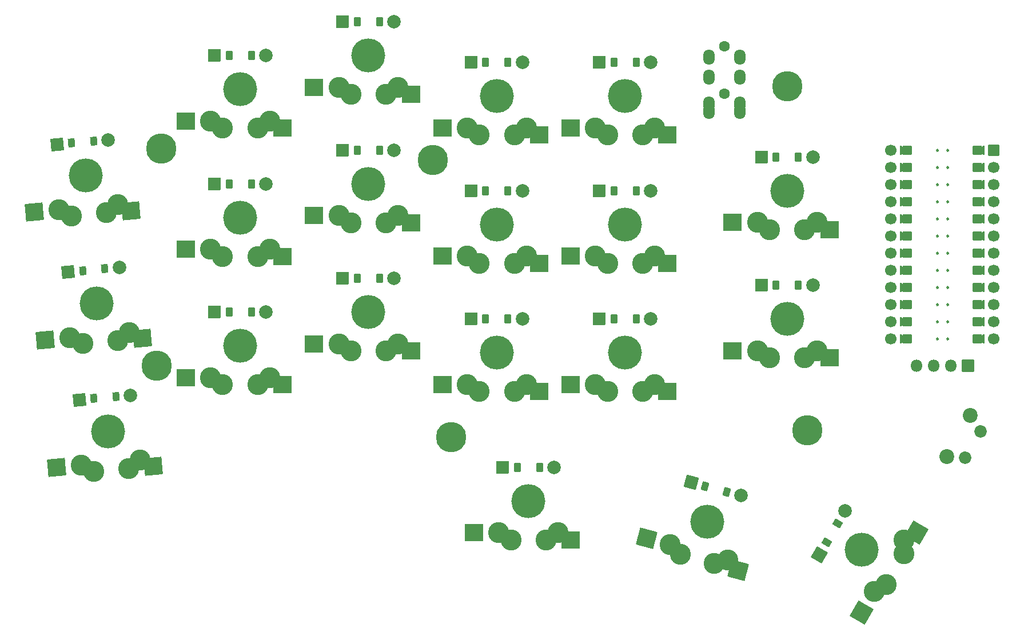
<source format=gbr>
%TF.GenerationSoftware,KiCad,Pcbnew,8.0.0*%
%TF.CreationDate,2024-03-23T03:27:30+01:00*%
%TF.ProjectId,cornish-v1.2,636f726e-6973-4682-9d76-312e322e6b69,v1.0.0*%
%TF.SameCoordinates,Original*%
%TF.FileFunction,Soldermask,Bot*%
%TF.FilePolarity,Negative*%
%FSLAX46Y46*%
G04 Gerber Fmt 4.6, Leading zero omitted, Abs format (unit mm)*
G04 Created by KiCad (PCBNEW 8.0.0) date 2024-03-23 03:27:30*
%MOMM*%
%LPD*%
G01*
G04 APERTURE LIST*
G04 Aperture macros list*
%AMRoundRect*
0 Rectangle with rounded corners*
0 $1 Rounding radius*
0 $2 $3 $4 $5 $6 $7 $8 $9 X,Y pos of 4 corners*
0 Add a 4 corners polygon primitive as box body*
4,1,4,$2,$3,$4,$5,$6,$7,$8,$9,$2,$3,0*
0 Add four circle primitives for the rounded corners*
1,1,$1+$1,$2,$3*
1,1,$1+$1,$4,$5*
1,1,$1+$1,$6,$7*
1,1,$1+$1,$8,$9*
0 Add four rect primitives between the rounded corners*
20,1,$1+$1,$2,$3,$4,$5,0*
20,1,$1+$1,$4,$5,$6,$7,0*
20,1,$1+$1,$6,$7,$8,$9,0*
20,1,$1+$1,$8,$9,$2,$3,0*%
%AMFreePoly0*
4,1,14,0.635355,0.435355,0.650000,0.400000,0.650000,0.200000,0.635355,0.164645,0.035355,-0.435355,0.000000,-0.450000,-0.035355,-0.435355,-0.635355,0.164645,-0.650000,0.200000,-0.650000,0.400000,-0.635355,0.435355,-0.600000,0.450000,0.600000,0.450000,0.635355,0.435355,0.635355,0.435355,$1*%
%AMFreePoly1*
4,1,16,0.635355,1.035355,0.650000,1.000000,0.650000,-0.250000,0.635355,-0.285355,0.600000,-0.300000,-0.600000,-0.300000,-0.635355,-0.285355,-0.650000,-0.250000,-0.650000,1.000000,-0.635355,1.035355,-0.600000,1.050000,-0.564645,1.035355,0.000000,0.470710,0.564645,1.035355,0.600000,1.050000,0.635355,1.035355,0.635355,1.035355,$1*%
G04 Aperture macros list end*
%ADD10C,0.250000*%
%ADD11C,0.100000*%
%ADD12RoundRect,0.050000X-0.889000X-0.889000X0.889000X-0.889000X0.889000X0.889000X-0.889000X0.889000X0*%
%ADD13RoundRect,0.050000X-0.450000X-0.600000X0.450000X-0.600000X0.450000X0.600000X-0.450000X0.600000X0*%
%ADD14C,2.005000*%
%ADD15C,3.100000*%
%ADD16C,5.037800*%
%ADD17RoundRect,0.050000X-1.275000X-1.250000X1.275000X-1.250000X1.275000X1.250000X-1.275000X1.250000X0*%
%ADD18RoundRect,0.050000X-1.088798X-0.628618X0.628618X-1.088798X1.088798X0.628618X-0.628618X1.088798X0*%
%ADD19RoundRect,0.050000X-0.589958X-0.463087X0.279375X-0.696024X0.589958X0.463087X-0.279375X0.696024X0*%
%ADD20C,1.600000*%
%ADD21O,1.700000X2.300000*%
%ADD22RoundRect,0.050000X-1.161204X-1.356367X1.379093X-1.134120X1.161204X1.356367X-1.379093X1.134120X0*%
%ADD23RoundRect,0.050000X-1.555079X-0.877413X0.908032X-1.537402X1.555079X0.877413X-0.908032X1.537402X0*%
%ADD24C,1.700000*%
%ADD25RoundRect,0.050000X-0.800000X0.800000X-0.800000X-0.800000X0.800000X-0.800000X0.800000X0.800000X0*%
%ADD26FreePoly0,270.000000*%
%ADD27FreePoly0,90.000000*%
%ADD28FreePoly1,90.000000*%
%ADD29FreePoly1,270.000000*%
%ADD30RoundRect,0.050000X-0.808136X-0.963099X0.963099X-0.808136X0.808136X0.963099X-0.963099X0.808136X0*%
%ADD31RoundRect,0.050000X-0.395994X-0.636937X0.500581X-0.558497X0.395994X0.636937X-0.500581X0.558497X0*%
%ADD32C,0.800000*%
%ADD33C,4.500000*%
%ADD34RoundRect,0.050000X0.325397X-1.214397X1.214397X0.325397X-0.325397X1.214397X-1.214397X-0.325397X0*%
%ADD35RoundRect,0.050000X0.294615X-0.689711X0.744615X0.089711X-0.294615X0.689711X-0.744615X-0.089711X0*%
%ADD36C,2.200000*%
%ADD37C,1.850000*%
%ADD38RoundRect,0.050000X0.445032X-1.729182X1.720032X0.479182X-0.445032X1.729182X-1.720032X-0.479182X0*%
%ADD39RoundRect,0.050000X-0.850000X-0.850000X0.850000X-0.850000X0.850000X0.850000X-0.850000X0.850000X0*%
%ADD40O,1.800000X1.800000*%
G04 APERTURE END LIST*
D10*
%TO.C,_41*%
X267979125Y-121901688D02*
G75*
G02*
X267729125Y-121901688I-125000J0D01*
G01*
X267729125Y-121901688D02*
G75*
G02*
X267979125Y-121901688I125000J0D01*
G01*
X267979127Y-114281688D02*
G75*
G02*
X267729125Y-114281688I-125001J0D01*
G01*
X267729125Y-114281688D02*
G75*
G02*
X267979127Y-114281688I125001J0D01*
G01*
X267979126Y-116821688D02*
G75*
G02*
X267729126Y-116821688I-125000J0D01*
G01*
X267729126Y-116821688D02*
G75*
G02*
X267979126Y-116821688I125000J0D01*
G01*
X267979126Y-119361688D02*
G75*
G02*
X267729126Y-119361688I-125000J0D01*
G01*
X267729126Y-119361688D02*
G75*
G02*
X267979126Y-119361688I125000J0D01*
G01*
X267979126Y-124441688D02*
G75*
G02*
X267729126Y-124441688I-125000J0D01*
G01*
X267729126Y-124441688D02*
G75*
G02*
X267979126Y-124441688I125000J0D01*
G01*
X267979126Y-126981688D02*
G75*
G02*
X267729126Y-126981688I-125000J0D01*
G01*
X267729126Y-126981688D02*
G75*
G02*
X267979126Y-126981688I125000J0D01*
G01*
X267979126Y-129521688D02*
G75*
G02*
X267729126Y-129521688I-125000J0D01*
G01*
X267729126Y-129521688D02*
G75*
G02*
X267979126Y-129521688I125000J0D01*
G01*
X267979126Y-132061688D02*
G75*
G02*
X267729126Y-132061688I-125000J0D01*
G01*
X267729126Y-132061688D02*
G75*
G02*
X267979126Y-132061688I125000J0D01*
G01*
X267979127Y-134601687D02*
G75*
G02*
X267729125Y-134601687I-125001J0D01*
G01*
X267729125Y-134601687D02*
G75*
G02*
X267979127Y-134601687I125001J0D01*
G01*
X267979126Y-137141688D02*
G75*
G02*
X267729126Y-137141688I-125000J0D01*
G01*
X267729126Y-137141688D02*
G75*
G02*
X267979126Y-137141688I125000J0D01*
G01*
X267979126Y-139681688D02*
G75*
G02*
X267729126Y-139681688I-125000J0D01*
G01*
X267729126Y-139681688D02*
G75*
G02*
X267979126Y-139681688I125000J0D01*
G01*
X267979126Y-142221688D02*
G75*
G02*
X267729126Y-142221688I-125000J0D01*
G01*
X267729126Y-142221688D02*
G75*
G02*
X267979126Y-142221688I125000J0D01*
G01*
X269503126Y-114281688D02*
G75*
G02*
X269253126Y-114281688I-125000J0D01*
G01*
X269253126Y-114281688D02*
G75*
G02*
X269503126Y-114281688I125000J0D01*
G01*
X269503126Y-116821688D02*
G75*
G02*
X269253126Y-116821688I-125000J0D01*
G01*
X269253126Y-116821688D02*
G75*
G02*
X269503126Y-116821688I125000J0D01*
G01*
X269503126Y-119361688D02*
G75*
G02*
X269253126Y-119361688I-125000J0D01*
G01*
X269253126Y-119361688D02*
G75*
G02*
X269503126Y-119361688I125000J0D01*
G01*
X269503125Y-121901689D02*
G75*
G02*
X269253127Y-121901689I-124999J0D01*
G01*
X269253127Y-121901689D02*
G75*
G02*
X269503125Y-121901689I124999J0D01*
G01*
X269503126Y-124441688D02*
G75*
G02*
X269253126Y-124441688I-125000J0D01*
G01*
X269253126Y-124441688D02*
G75*
G02*
X269503126Y-124441688I125000J0D01*
G01*
X269503126Y-126981688D02*
G75*
G02*
X269253126Y-126981688I-125000J0D01*
G01*
X269253126Y-126981688D02*
G75*
G02*
X269503126Y-126981688I125000J0D01*
G01*
X269503126Y-129521688D02*
G75*
G02*
X269253126Y-129521688I-125000J0D01*
G01*
X269253126Y-129521688D02*
G75*
G02*
X269503126Y-129521688I125000J0D01*
G01*
X269503126Y-132061688D02*
G75*
G02*
X269253126Y-132061688I-125000J0D01*
G01*
X269253126Y-132061688D02*
G75*
G02*
X269503126Y-132061688I125000J0D01*
G01*
X269503126Y-137141688D02*
G75*
G02*
X269253126Y-137141688I-125000J0D01*
G01*
X269253126Y-137141688D02*
G75*
G02*
X269503126Y-137141688I125000J0D01*
G01*
X269503126Y-139681688D02*
G75*
G02*
X269253126Y-139681688I-125000J0D01*
G01*
X269253126Y-139681688D02*
G75*
G02*
X269503126Y-139681688I125000J0D01*
G01*
X269503126Y-142221688D02*
G75*
G02*
X269253126Y-142221688I-125000J0D01*
G01*
X269253126Y-142221688D02*
G75*
G02*
X269503126Y-142221688I125000J0D01*
G01*
X269503127Y-134601688D02*
G75*
G02*
X269253127Y-134601688I-125000J0D01*
G01*
X269253127Y-134601688D02*
G75*
G02*
X269503127Y-134601688I125000J0D01*
G01*
D11*
X263536126Y-122409688D02*
X262520126Y-122409688D01*
X262520126Y-121393688D01*
X263536125Y-121393688D01*
X263536126Y-122409688D01*
G36*
X263536126Y-122409688D02*
G01*
X262520126Y-122409688D01*
X262520126Y-121393688D01*
X263536125Y-121393688D01*
X263536126Y-122409688D01*
G37*
X263536126Y-114789688D02*
X262520126Y-114789688D01*
X262520126Y-113773688D01*
X263536126Y-113773688D01*
X263536126Y-114789688D01*
G36*
X263536126Y-114789688D02*
G01*
X262520126Y-114789688D01*
X262520126Y-113773688D01*
X263536126Y-113773688D01*
X263536126Y-114789688D01*
G37*
X263536126Y-117329688D02*
X262520125Y-117329688D01*
X262520127Y-116313688D01*
X263536126Y-116313688D01*
X263536126Y-117329688D01*
G36*
X263536126Y-117329688D02*
G01*
X262520125Y-117329688D01*
X262520127Y-116313688D01*
X263536126Y-116313688D01*
X263536126Y-117329688D01*
G37*
X263536126Y-119869688D02*
X262520126Y-119869688D01*
X262520126Y-118853688D01*
X263536126Y-118853688D01*
X263536126Y-119869688D01*
G36*
X263536126Y-119869688D02*
G01*
X262520126Y-119869688D01*
X262520126Y-118853688D01*
X263536126Y-118853688D01*
X263536126Y-119869688D01*
G37*
X263536126Y-124949688D02*
X262520126Y-124949688D01*
X262520126Y-123933688D01*
X263536126Y-123933688D01*
X263536126Y-124949688D01*
G36*
X263536126Y-124949688D02*
G01*
X262520126Y-124949688D01*
X262520126Y-123933688D01*
X263536126Y-123933688D01*
X263536126Y-124949688D01*
G37*
X263536127Y-127489688D02*
X262520126Y-127489688D01*
X262520126Y-126473688D01*
X263536126Y-126473688D01*
X263536127Y-127489688D01*
G36*
X263536127Y-127489688D02*
G01*
X262520126Y-127489688D01*
X262520126Y-126473688D01*
X263536126Y-126473688D01*
X263536127Y-127489688D01*
G37*
X263536126Y-130029688D02*
X262520125Y-130029688D01*
X262520127Y-129013688D01*
X263536126Y-129013688D01*
X263536126Y-130029688D01*
G36*
X263536126Y-130029688D02*
G01*
X262520125Y-130029688D01*
X262520127Y-129013688D01*
X263536126Y-129013688D01*
X263536126Y-130029688D01*
G37*
X263536126Y-132569688D02*
X262520126Y-132569688D01*
X262520126Y-131553688D01*
X263536126Y-131553688D01*
X263536126Y-132569688D01*
G36*
X263536126Y-132569688D02*
G01*
X262520126Y-132569688D01*
X262520126Y-131553688D01*
X263536126Y-131553688D01*
X263536126Y-132569688D01*
G37*
X263536126Y-135109688D02*
X262520126Y-135109688D01*
X262520126Y-134093688D01*
X263536126Y-134093688D01*
X263536126Y-135109688D01*
G36*
X263536126Y-135109688D02*
G01*
X262520126Y-135109688D01*
X262520126Y-134093688D01*
X263536126Y-134093688D01*
X263536126Y-135109688D01*
G37*
X263536126Y-137649688D02*
X262520126Y-137649688D01*
X262520126Y-136633688D01*
X263536126Y-136633688D01*
X263536126Y-137649688D01*
G36*
X263536126Y-137649688D02*
G01*
X262520126Y-137649688D01*
X262520126Y-136633688D01*
X263536126Y-136633688D01*
X263536126Y-137649688D01*
G37*
X263536127Y-140189688D02*
X262520126Y-140189688D01*
X262520126Y-139173688D01*
X263536126Y-139173688D01*
X263536127Y-140189688D01*
G36*
X263536127Y-140189688D02*
G01*
X262520126Y-140189688D01*
X262520126Y-139173688D01*
X263536126Y-139173688D01*
X263536127Y-140189688D01*
G37*
X263536126Y-142729688D02*
X262520126Y-142729688D01*
X262520126Y-141713688D01*
X263536126Y-141713688D01*
X263536126Y-142729688D01*
G36*
X263536126Y-142729688D02*
G01*
X262520126Y-142729688D01*
X262520126Y-141713688D01*
X263536126Y-141713688D01*
X263536126Y-142729688D01*
G37*
X274712126Y-114789688D02*
X273696126Y-114789688D01*
X273696126Y-113773688D01*
X274712126Y-113773688D01*
X274712126Y-114789688D01*
G36*
X274712126Y-114789688D02*
G01*
X273696126Y-114789688D01*
X273696126Y-113773688D01*
X274712126Y-113773688D01*
X274712126Y-114789688D01*
G37*
X274712126Y-117329688D02*
X273696126Y-117329688D01*
X273696125Y-116313688D01*
X274712126Y-116313688D01*
X274712126Y-117329688D01*
G36*
X274712126Y-117329688D02*
G01*
X273696126Y-117329688D01*
X273696125Y-116313688D01*
X274712126Y-116313688D01*
X274712126Y-117329688D01*
G37*
X274712126Y-119869688D02*
X273696126Y-119869688D01*
X273696126Y-118853688D01*
X274712126Y-118853688D01*
X274712126Y-119869688D01*
G36*
X274712126Y-119869688D02*
G01*
X273696126Y-119869688D01*
X273696126Y-118853688D01*
X274712126Y-118853688D01*
X274712126Y-119869688D01*
G37*
X274712126Y-122409688D02*
X273696126Y-122409688D01*
X273696126Y-121393688D01*
X274712126Y-121393688D01*
X274712126Y-122409688D01*
G36*
X274712126Y-122409688D02*
G01*
X273696126Y-122409688D01*
X273696126Y-121393688D01*
X274712126Y-121393688D01*
X274712126Y-122409688D01*
G37*
X274712126Y-124949688D02*
X273696126Y-124949688D01*
X273696126Y-123933688D01*
X274712126Y-123933688D01*
X274712126Y-124949688D01*
G36*
X274712126Y-124949688D02*
G01*
X273696126Y-124949688D01*
X273696126Y-123933688D01*
X274712126Y-123933688D01*
X274712126Y-124949688D01*
G37*
X274712125Y-127489688D02*
X273696126Y-127489688D01*
X273696126Y-126473688D01*
X274712127Y-126473688D01*
X274712125Y-127489688D01*
G36*
X274712125Y-127489688D02*
G01*
X273696126Y-127489688D01*
X273696126Y-126473688D01*
X274712127Y-126473688D01*
X274712125Y-127489688D01*
G37*
X274712126Y-130029688D02*
X273696126Y-130029688D01*
X273696125Y-129013688D01*
X274712126Y-129013688D01*
X274712126Y-130029688D01*
G36*
X274712126Y-130029688D02*
G01*
X273696126Y-130029688D01*
X273696125Y-129013688D01*
X274712126Y-129013688D01*
X274712126Y-130029688D01*
G37*
X274712126Y-132569688D02*
X273696126Y-132569688D01*
X273696126Y-131553688D01*
X274712126Y-131553688D01*
X274712126Y-132569688D01*
G36*
X274712126Y-132569688D02*
G01*
X273696126Y-132569688D01*
X273696126Y-131553688D01*
X274712126Y-131553688D01*
X274712126Y-132569688D01*
G37*
X274712126Y-137649688D02*
X273696126Y-137649688D01*
X273696126Y-136633688D01*
X274712126Y-136633688D01*
X274712126Y-137649688D01*
G36*
X274712126Y-137649688D02*
G01*
X273696126Y-137649688D01*
X273696126Y-136633688D01*
X274712126Y-136633688D01*
X274712126Y-137649688D01*
G37*
X274712125Y-140189688D02*
X273696126Y-140189688D01*
X273696126Y-139173688D01*
X274712127Y-139173688D01*
X274712125Y-140189688D01*
G36*
X274712125Y-140189688D02*
G01*
X273696126Y-140189688D01*
X273696126Y-139173688D01*
X274712127Y-139173688D01*
X274712125Y-140189688D01*
G37*
X274712126Y-142729688D02*
X273696126Y-142729688D01*
X273696126Y-141713688D01*
X274712126Y-141713688D01*
X274712126Y-142729688D01*
G36*
X274712126Y-142729688D02*
G01*
X273696126Y-142729688D01*
X273696126Y-141713688D01*
X274712126Y-141713688D01*
X274712126Y-142729688D01*
G37*
X274712126Y-135109688D02*
X273696127Y-135109688D01*
X273696126Y-134093688D01*
X274712126Y-134093688D01*
X274712126Y-135109688D01*
G36*
X274712126Y-135109688D02*
G01*
X273696127Y-135109688D01*
X273696126Y-134093688D01*
X274712126Y-134093688D01*
X274712126Y-135109688D01*
G37*
%TD*%
D12*
%TO.C,D12*%
X198806126Y-101251688D03*
D13*
X200966126Y-101251688D03*
X204266126Y-101251688D03*
D14*
X206426126Y-101251688D03*
%TD*%
D15*
%TO.C,S5*%
X160216127Y-128951688D03*
X162016127Y-130001688D03*
D16*
X164616127Y-124251688D03*
D15*
X167216127Y-130001688D03*
X169016127Y-128951688D03*
D17*
X156546127Y-128951688D03*
X170886127Y-130001688D03*
%TD*%
D12*
%TO.C,D20*%
X241806127Y-115251688D03*
D13*
X243966127Y-115251688D03*
X247266127Y-115251688D03*
D14*
X249426127Y-115251688D03*
%TD*%
D12*
%TO.C,D13*%
X217806126Y-139251688D03*
D13*
X219966126Y-139251688D03*
X223266126Y-139251688D03*
D14*
X225426126Y-139251688D03*
%TD*%
D15*
%TO.C,S20*%
X241216126Y-124951688D03*
X243016126Y-126001688D03*
D16*
X245616126Y-120251688D03*
D15*
X248216126Y-126001688D03*
X250016126Y-124951688D03*
D17*
X237546126Y-124951688D03*
X251886126Y-126001688D03*
%TD*%
D12*
%TO.C,D9*%
X179806126Y-95251688D03*
D13*
X181966126Y-95251688D03*
X185266126Y-95251688D03*
D14*
X187426126Y-95251688D03*
%TD*%
D12*
%TO.C,D6*%
X160806126Y-100251688D03*
D13*
X162966126Y-100251688D03*
X166266126Y-100251688D03*
D14*
X168426126Y-100251688D03*
%TD*%
D12*
%TO.C,D7*%
X179806126Y-133251688D03*
D13*
X181966126Y-133251688D03*
X185266126Y-133251688D03*
D14*
X187426126Y-133251688D03*
%TD*%
D18*
%TO.C,D17*%
X231398632Y-163472435D03*
D19*
X233485030Y-164031485D03*
X236672588Y-164885589D03*
D14*
X238758986Y-165444639D03*
%TD*%
D20*
%TO.C,TRRS1*%
X236316126Y-98851688D03*
X236316126Y-105851688D03*
D21*
X234016126Y-108551688D03*
X238616126Y-108551688D03*
X234016126Y-107451688D03*
X238616126Y-107451687D03*
X234016126Y-103451688D03*
X238616126Y-103451688D03*
X234016126Y-100451688D03*
X238616126Y-100451688D03*
%TD*%
D12*
%TO.C,D4*%
X160806126Y-138251688D03*
D13*
X162966126Y-138251688D03*
X166266126Y-138251688D03*
D14*
X168426126Y-138251688D03*
%TD*%
D15*
%TO.C,S1*%
X141059049Y-160954016D03*
X142943712Y-161843139D03*
D16*
X145032673Y-155888415D03*
D15*
X148123925Y-161389930D03*
X149825562Y-160187045D03*
D22*
X137403014Y-161273877D03*
X151779959Y-161070068D03*
%TD*%
D12*
%TO.C,D5*%
X160806126Y-119251688D03*
D13*
X162966126Y-119251688D03*
X166266126Y-119251688D03*
D14*
X168426126Y-119251688D03*
%TD*%
D15*
%TO.C,S17*%
X228318191Y-172689213D03*
X229785098Y-174169310D03*
D16*
X233784714Y-169288166D03*
D15*
X234807912Y-175515169D03*
X236818338Y-174966821D03*
D23*
X224773244Y-171739348D03*
X238352860Y-176465035D03*
%TD*%
D12*
%TO.C,D15*%
X217806126Y-101251688D03*
D13*
X219966126Y-101251688D03*
X223266126Y-101251688D03*
D14*
X225426126Y-101251688D03*
%TD*%
D12*
%TO.C,D16*%
X203506126Y-161251688D03*
D13*
X205666126Y-161251688D03*
X208966126Y-161251688D03*
D14*
X211126126Y-161251688D03*
%TD*%
D24*
%TO.C,_41*%
X276236125Y-114281688D03*
D25*
X276236125Y-114281688D03*
D26*
X274458126Y-114281688D03*
D27*
X262774126Y-114281688D03*
D24*
X260996126Y-114281688D03*
X276236126Y-116821688D03*
D26*
X274458126Y-116821688D03*
D27*
X262774126Y-116821688D03*
D24*
X260996126Y-116821688D03*
X276236126Y-119361688D03*
D26*
X274458126Y-119361688D03*
D27*
X262774126Y-119361688D03*
D24*
X260996126Y-119361688D03*
X260996126Y-121901687D03*
X276236126Y-121901688D03*
D26*
X274458126Y-121901688D03*
D27*
X262774126Y-121901688D03*
D24*
X276236126Y-124441688D03*
D26*
X274458126Y-124441688D03*
D27*
X262774125Y-124441688D03*
D24*
X260996126Y-124441688D03*
X276236126Y-126981688D03*
D26*
X274458126Y-126981688D03*
D27*
X262774126Y-126981688D03*
D24*
X260996126Y-126981688D03*
X276236126Y-129521688D03*
D26*
X274458126Y-129521688D03*
D27*
X262774126Y-129521688D03*
D24*
X260996126Y-129521688D03*
X276236126Y-132061688D03*
D26*
X274458127Y-132061688D03*
D27*
X262774126Y-132061688D03*
D24*
X260996126Y-132061688D03*
D26*
X274458126Y-134601688D03*
D27*
X262774126Y-134601688D03*
D24*
X260996126Y-134601688D03*
X276236126Y-134601689D03*
X276236126Y-137141688D03*
D26*
X274458126Y-137141688D03*
D27*
X262774126Y-137141688D03*
D24*
X260996126Y-137141688D03*
X276236126Y-139681688D03*
D26*
X274458126Y-139681688D03*
D27*
X262774126Y-139681688D03*
D24*
X260996126Y-139681688D03*
X276236126Y-142221688D03*
D26*
X274458126Y-142221688D03*
D27*
X262774126Y-142221688D03*
D24*
X260996127Y-142221688D03*
D28*
X263790126Y-114281687D03*
X263790126Y-116821688D03*
X263790126Y-119361688D03*
X263790126Y-121901688D03*
X263790126Y-124441688D03*
X263790126Y-126981688D03*
X263790126Y-129521688D03*
X263790126Y-132061688D03*
X263790126Y-134601688D03*
X263790126Y-137141688D03*
X263790126Y-139681688D03*
X263790126Y-142221688D03*
D29*
X273442126Y-142221689D03*
X273442126Y-139681688D03*
X273442126Y-137141688D03*
X273442126Y-134601688D03*
X273442126Y-132061688D03*
X273442126Y-129521688D03*
X273442126Y-126981688D03*
X273442126Y-124441688D03*
X273442126Y-121901688D03*
X273442126Y-119361688D03*
X273442126Y-116821688D03*
X273442126Y-114281688D03*
%TD*%
D30*
%TO.C,D1*%
X140801392Y-151239505D03*
D31*
X142953173Y-151051249D03*
X146240615Y-150763635D03*
D14*
X148392396Y-150575379D03*
%TD*%
D12*
%TO.C,D10*%
X198806126Y-139251688D03*
D13*
X200966126Y-139251688D03*
X204266126Y-139251688D03*
D14*
X206426126Y-139251688D03*
%TD*%
D15*
%TO.C,S4*%
X160216127Y-147951688D03*
X162016127Y-149001688D03*
D16*
X164616127Y-143251688D03*
D15*
X167216127Y-149001688D03*
X169016127Y-147951688D03*
D17*
X156546127Y-147951688D03*
X170886127Y-149001688D03*
%TD*%
D15*
%TO.C,S8*%
X179216127Y-123951688D03*
X181016127Y-125001688D03*
D16*
X183616127Y-119251688D03*
D15*
X186216127Y-125001688D03*
X188016127Y-123951688D03*
D17*
X175546127Y-123951688D03*
X189886127Y-125001688D03*
%TD*%
D15*
%TO.C,S12*%
X198216126Y-110951688D03*
X200016126Y-112001688D03*
D16*
X202616126Y-106251688D03*
D15*
X205216126Y-112001688D03*
X207016126Y-110951688D03*
D17*
X194546126Y-110951688D03*
X208886126Y-112001688D03*
%TD*%
D32*
%TO.C,_46*%
X194166126Y-156751688D03*
X194649400Y-155584962D03*
X194649400Y-157918414D03*
X195816126Y-155101688D03*
D33*
X195816126Y-156751688D03*
D32*
X195816126Y-158401688D03*
X196982852Y-155584962D03*
X196982852Y-157918414D03*
X197466126Y-156751688D03*
%TD*%
%TO.C,_44*%
X150574108Y-146369224D03*
X151157229Y-147489390D03*
X150953856Y-145164817D03*
X152074022Y-144581696D03*
D33*
X152217829Y-146225417D03*
D32*
X152361636Y-147869138D03*
X153481802Y-147286017D03*
X153278429Y-144961444D03*
X153861550Y-146081610D03*
%TD*%
D12*
%TO.C,D11*%
X198806126Y-120251688D03*
D13*
X200966126Y-120251688D03*
X204266126Y-120251688D03*
D14*
X206426126Y-120251688D03*
%TD*%
D15*
%TO.C,S15*%
X217216126Y-110951688D03*
X219016126Y-112001688D03*
D16*
X221616126Y-106251688D03*
D15*
X224216126Y-112001688D03*
X226016126Y-110951688D03*
D17*
X213546126Y-110951688D03*
X227886126Y-112001688D03*
%TD*%
D12*
%TO.C,D19*%
X241806127Y-134251688D03*
D13*
X243966127Y-134251688D03*
X247266127Y-134251688D03*
D14*
X249426127Y-134251688D03*
%TD*%
D15*
%TO.C,S13*%
X217216126Y-148951688D03*
X219016126Y-150001688D03*
D16*
X221616126Y-144251688D03*
D15*
X224216126Y-150001688D03*
X226016126Y-148951688D03*
D17*
X213546126Y-148951688D03*
X227886126Y-150001688D03*
%TD*%
D15*
%TO.C,S19*%
X241216126Y-143951688D03*
X243016126Y-145001688D03*
D16*
X245616126Y-139251688D03*
D15*
X248216126Y-145001688D03*
X250016126Y-143951688D03*
D17*
X237546126Y-143951688D03*
X251886126Y-145001688D03*
%TD*%
D34*
%TO.C,D18*%
X250392882Y-174254705D03*
D35*
X251472882Y-172384091D03*
X253122882Y-169526207D03*
D14*
X254202882Y-167655593D03*
%TD*%
D32*
%TO.C,_47*%
X243966126Y-104751688D03*
X244449400Y-103584962D03*
X244449400Y-105918414D03*
X245616126Y-103101688D03*
D33*
X245616126Y-104751688D03*
D32*
X245616126Y-106401688D03*
X246782852Y-103584962D03*
X246782852Y-105918414D03*
X247266126Y-104751688D03*
%TD*%
D15*
%TO.C,S6*%
X160216126Y-109951688D03*
X162016126Y-111001688D03*
D16*
X164616126Y-105251688D03*
D15*
X167216126Y-111001688D03*
X169016126Y-109951688D03*
D17*
X156546126Y-109951688D03*
X170886126Y-111001688D03*
%TD*%
D15*
%TO.C,S7*%
X179216127Y-142951688D03*
X181016127Y-144001688D03*
D16*
X183616127Y-138251688D03*
D15*
X186216127Y-144001688D03*
X188016127Y-142951688D03*
D17*
X175546127Y-142951688D03*
X189886127Y-144001688D03*
%TD*%
D15*
%TO.C,S9*%
X179216127Y-104951688D03*
X181016127Y-106001688D03*
D16*
X183616127Y-100251688D03*
D15*
X186216127Y-106001688D03*
X188016127Y-104951688D03*
D17*
X175546127Y-104951688D03*
X189886127Y-106001688D03*
%TD*%
D30*
%TO.C,D2*%
X139145433Y-132311805D03*
D31*
X141297214Y-132123549D03*
X144584656Y-131835935D03*
D14*
X146736437Y-131647679D03*
%TD*%
D12*
%TO.C,D14*%
X217806126Y-120251688D03*
D13*
X219966126Y-120251688D03*
X223266126Y-120251688D03*
D14*
X225426126Y-120251688D03*
%TD*%
D32*
%TO.C,_48*%
X246966126Y-155751688D03*
X247449400Y-154584962D03*
X247449400Y-156918414D03*
X248616126Y-154101688D03*
D33*
X248616126Y-155751688D03*
D32*
X248616126Y-157401688D03*
X249782852Y-154584962D03*
X249782852Y-156918414D03*
X250266126Y-155751688D03*
%TD*%
D15*
%TO.C,S10*%
X198216126Y-148951688D03*
X200016126Y-150001688D03*
D16*
X202616126Y-144251688D03*
D15*
X205216126Y-150001688D03*
X207016126Y-148951688D03*
D17*
X194546126Y-148951688D03*
X208886126Y-150001688D03*
%TD*%
D15*
%TO.C,S16*%
X202916126Y-170951688D03*
X204716126Y-172001688D03*
D16*
X207316126Y-166251688D03*
D15*
X209916126Y-172001688D03*
X211716126Y-170951688D03*
D17*
X199246126Y-170951688D03*
X213586126Y-172001688D03*
%TD*%
D36*
%TO.C,_42*%
X272725772Y-153593009D03*
X269220772Y-159663846D03*
D37*
X274257174Y-155920539D03*
X272007175Y-159817653D03*
%TD*%
D15*
%TO.C,S3*%
X137747131Y-123098618D03*
X139631794Y-123987741D03*
D16*
X141720755Y-118033017D03*
D15*
X144812007Y-123534532D03*
X146513644Y-122331647D03*
D22*
X134091096Y-123418479D03*
X148468041Y-123214670D03*
%TD*%
D15*
%TO.C,S2*%
X139403090Y-142026318D03*
X141287753Y-142915441D03*
D16*
X143376714Y-136960717D03*
D15*
X146467966Y-142462232D03*
X148169603Y-141259347D03*
D22*
X135747055Y-142346179D03*
X150124000Y-142142370D03*
%TD*%
D12*
%TO.C,D8*%
X179806126Y-114251688D03*
D13*
X181966126Y-114251688D03*
X185266126Y-114251688D03*
D14*
X187426126Y-114251688D03*
%TD*%
D15*
%TO.C,S18*%
X258498328Y-179615660D03*
X260307655Y-178581814D03*
D16*
X256628009Y-173455148D03*
D15*
X262907655Y-174078482D03*
X262898328Y-171994636D03*
D38*
X256663328Y-182793973D03*
X264742655Y-170900169D03*
%TD*%
D30*
%TO.C,D3*%
X137489474Y-113384107D03*
D31*
X139641255Y-113195851D03*
X142928697Y-112908237D03*
D14*
X145080478Y-112719981D03*
%TD*%
D32*
%TO.C,_45*%
X191466127Y-115751688D03*
X191949401Y-114584962D03*
X191949401Y-116918414D03*
X193116127Y-114101688D03*
D33*
X193116127Y-115751688D03*
D32*
X193116127Y-117401688D03*
X194282853Y-114584962D03*
X194282853Y-116918414D03*
X194766127Y-115751688D03*
%TD*%
D15*
%TO.C,S14*%
X217216126Y-129951688D03*
X219016126Y-131001688D03*
D16*
X221616126Y-125251688D03*
D15*
X224216126Y-131001688D03*
X226016126Y-129951688D03*
D17*
X213546126Y-129951688D03*
X227886126Y-131001688D03*
%TD*%
D32*
%TO.C,_43*%
X151271806Y-114185948D03*
X151854927Y-115306114D03*
X151651554Y-112981541D03*
X152771720Y-112398420D03*
D33*
X152915527Y-114042141D03*
D32*
X153059334Y-115685862D03*
X154179500Y-115102741D03*
X153976127Y-112778168D03*
X154559248Y-113898334D03*
%TD*%
D15*
%TO.C,S11*%
X198216126Y-129951688D03*
X200016126Y-131001688D03*
D16*
X202616126Y-125251688D03*
D15*
X205216126Y-131001688D03*
X207016126Y-129951688D03*
D17*
X194546126Y-129951688D03*
X208886126Y-131001688D03*
%TD*%
D39*
%TO.C,OLED1*%
X272416127Y-146151688D03*
D40*
X269876126Y-146151688D03*
X267336126Y-146151688D03*
X264796126Y-146151688D03*
%TD*%
M02*

</source>
